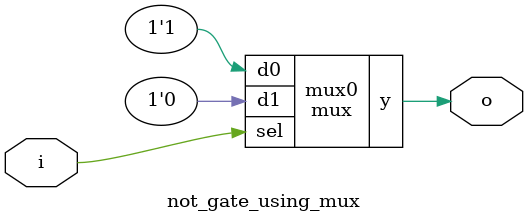
<source format=sv>

module mux
(
  input  d0, d1,
  input  sel,
  output y
);

  assign y = sel ? d1 : d0;

endmodule

//----------------------------------------------------------------------------
// Task
//----------------------------------------------------------------------------

module not_gate_using_mux
(
    input  i,
    output o
);

  // Task:
  // Implement not gate using instance(s) of mux,
  // constants 0 and 1, and wire connections

  mux mux0(.d0(1'b1), .d1(1'b0), .sel(i), .y(o));

endmodule

</source>
